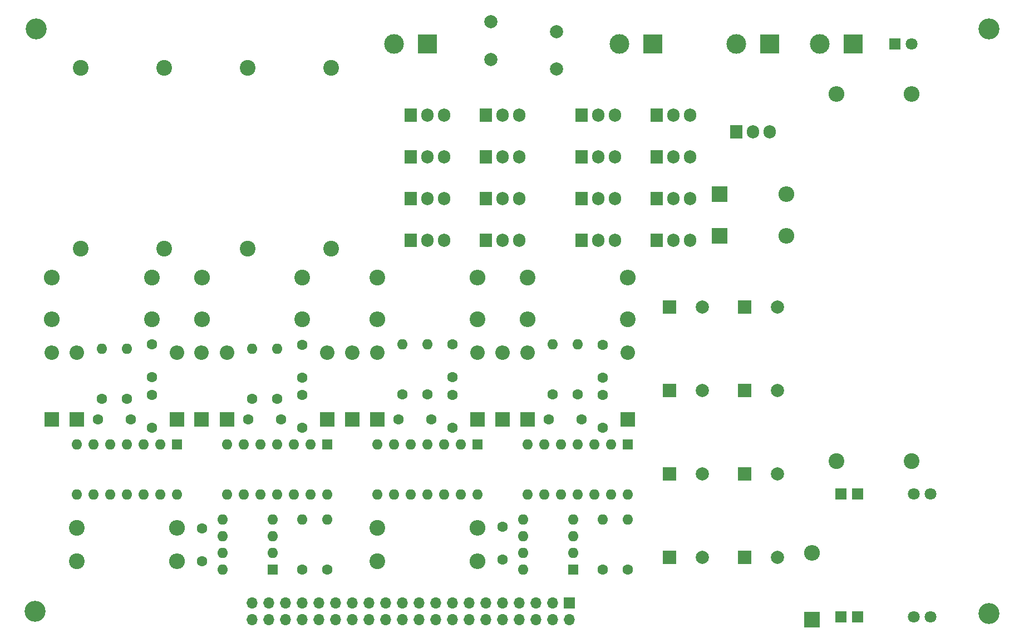
<source format=gbr>
%TF.GenerationSoftware,KiCad,Pcbnew,(5.1.9)-1*%
%TF.CreationDate,2021-02-11T14:15:12-05:00*%
%TF.ProjectId,driver_board,64726976-6572-45f6-926f-6172642e6b69,rev?*%
%TF.SameCoordinates,Original*%
%TF.FileFunction,Soldermask,Bot*%
%TF.FilePolarity,Negative*%
%FSLAX46Y46*%
G04 Gerber Fmt 4.6, Leading zero omitted, Abs format (unit mm)*
G04 Created by KiCad (PCBNEW (5.1.9)-1) date 2021-02-11 14:15:12*
%MOMM*%
%LPD*%
G01*
G04 APERTURE LIST*
%ADD10C,3.200000*%
%ADD11O,2.400000X2.400000*%
%ADD12C,2.400000*%
%ADD13R,2.400000X2.400000*%
%ADD14R,1.800000X1.800000*%
%ADD15C,1.800000*%
%ADD16O,1.905000X2.000000*%
%ADD17R,1.905000X2.000000*%
%ADD18O,1.700000X1.700000*%
%ADD19R,1.700000X1.700000*%
%ADD20O,1.600000X1.600000*%
%ADD21R,1.600000X1.600000*%
%ADD22C,1.600000*%
%ADD23R,3.000000X3.000000*%
%ADD24C,3.000000*%
%ADD25C,2.000000*%
%ADD26O,2.200000X2.200000*%
%ADD27R,2.200000X2.200000*%
%ADD28R,2.000000X2.000000*%
G04 APERTURE END LIST*
D10*
%TO.C,REF\u002A\u002A*%
X196605000Y-157185000D03*
%TD*%
%TO.C,REF\u002A\u002A*%
X51435000Y-156845000D03*
%TD*%
%TO.C,REF\u002A\u002A*%
X196605000Y-68185000D03*
%TD*%
%TO.C,REF\u002A\u002A*%
X51605000Y-68185000D03*
%TD*%
D11*
%TO.C,R22*%
X53975000Y-106045000D03*
D12*
X69215000Y-106045000D03*
%TD*%
D11*
%TO.C,R24*%
X76835000Y-112395000D03*
D12*
X92075000Y-112395000D03*
%TD*%
%TO.C,C9*%
X71120000Y-74100000D03*
X71120000Y-101600000D03*
%TD*%
%TO.C,C7*%
X58420000Y-74100000D03*
X58420000Y-101600000D03*
%TD*%
%TO.C,C3*%
X83820000Y-74100000D03*
X83820000Y-101600000D03*
%TD*%
%TO.C,C5*%
X96520000Y-74100000D03*
X96520000Y-101600000D03*
%TD*%
D11*
%TO.C,D23*%
X165735000Y-93345000D03*
D13*
X155575000Y-93345000D03*
%TD*%
D14*
%TO.C,U8*%
X174015000Y-157632000D03*
X176555000Y-157632000D03*
D15*
X185166000Y-157632000D03*
X187706000Y-157632000D03*
D14*
X174015000Y-138938000D03*
X176555000Y-138938000D03*
D15*
X185166000Y-138938000D03*
X187706000Y-138938000D03*
%TD*%
D16*
%TO.C,Q4*%
X151130000Y-87630000D03*
X148590000Y-87630000D03*
D17*
X146050000Y-87630000D03*
%TD*%
D11*
%TO.C,D24*%
X169672000Y-147955000D03*
D13*
X169672000Y-158115000D03*
%TD*%
D11*
%TO.C,R21*%
X53975000Y-112395000D03*
D12*
X69215000Y-112395000D03*
%TD*%
D18*
%TO.C,J5*%
X84455000Y-158115000D03*
X84455000Y-155575000D03*
X86995000Y-158115000D03*
X86995000Y-155575000D03*
X89535000Y-158115000D03*
X89535000Y-155575000D03*
X92075000Y-158115000D03*
X92075000Y-155575000D03*
X94615000Y-158115000D03*
X94615000Y-155575000D03*
X97155000Y-158115000D03*
X97155000Y-155575000D03*
X99695000Y-158115000D03*
X99695000Y-155575000D03*
X102235000Y-158115000D03*
X102235000Y-155575000D03*
X104775000Y-158115000D03*
X104775000Y-155575000D03*
X107315000Y-158115000D03*
X107315000Y-155575000D03*
X109855000Y-158115000D03*
X109855000Y-155575000D03*
X112395000Y-158115000D03*
X112395000Y-155575000D03*
X114935000Y-158115000D03*
X114935000Y-155575000D03*
X117475000Y-158115000D03*
X117475000Y-155575000D03*
X120015000Y-158115000D03*
X120015000Y-155575000D03*
X122555000Y-158115000D03*
X122555000Y-155575000D03*
X125095000Y-158115000D03*
X125095000Y-155575000D03*
X127635000Y-158115000D03*
X127635000Y-155575000D03*
X130175000Y-158115000D03*
X130175000Y-155575000D03*
X132715000Y-158115000D03*
D19*
X132715000Y-155575000D03*
%TD*%
D11*
%TO.C,R20*%
X141605000Y-106045000D03*
D12*
X126365000Y-106045000D03*
%TD*%
D20*
%TO.C,U1*%
X125730000Y-150495000D03*
X133350000Y-142875000D03*
X125730000Y-147955000D03*
X133350000Y-145415000D03*
X125730000Y-145415000D03*
X133350000Y-147955000D03*
X125730000Y-142875000D03*
D21*
X133350000Y-150495000D03*
%TD*%
D16*
%TO.C,D15*%
X151130000Y-93980000D03*
X148590000Y-93980000D03*
D17*
X146050000Y-93980000D03*
%TD*%
D22*
%TO.C,C14*%
X92075000Y-123905000D03*
X92075000Y-128905000D03*
%TD*%
%TO.C,C18*%
X88900000Y-127635000D03*
X83900000Y-127635000D03*
%TD*%
D11*
%TO.C,R19*%
X126365000Y-112395000D03*
D12*
X141605000Y-112395000D03*
%TD*%
D22*
%TO.C,C16*%
X134620000Y-127635000D03*
X129620000Y-127635000D03*
%TD*%
%TO.C,C12*%
X137795000Y-123905000D03*
X137795000Y-128905000D03*
%TD*%
D16*
%TO.C,D20*%
X125095000Y-81280000D03*
X122555000Y-81280000D03*
D17*
X120015000Y-81280000D03*
%TD*%
D16*
%TO.C,D19*%
X125095000Y-93980000D03*
X122555000Y-93980000D03*
D17*
X120015000Y-93980000D03*
%TD*%
D16*
%TO.C,U7*%
X163195000Y-83820000D03*
X160655000Y-83820000D03*
D17*
X158115000Y-83820000D03*
%TD*%
D20*
%TO.C,U6*%
X95885000Y-139065000D03*
X80645000Y-131445000D03*
X93345000Y-139065000D03*
X83185000Y-131445000D03*
X90805000Y-139065000D03*
X85725000Y-131445000D03*
X88265000Y-139065000D03*
X88265000Y-131445000D03*
X85725000Y-139065000D03*
X90805000Y-131445000D03*
X83185000Y-139065000D03*
X93345000Y-131445000D03*
X80645000Y-139065000D03*
D21*
X95885000Y-131445000D03*
%TD*%
D20*
%TO.C,U5*%
X73025000Y-139065000D03*
X57785000Y-131445000D03*
X70485000Y-139065000D03*
X60325000Y-131445000D03*
X67945000Y-139065000D03*
X62865000Y-131445000D03*
X65405000Y-139065000D03*
X65405000Y-131445000D03*
X62865000Y-139065000D03*
X67945000Y-131445000D03*
X60325000Y-139065000D03*
X70485000Y-131445000D03*
X57785000Y-139065000D03*
D21*
X73025000Y-131445000D03*
%TD*%
D20*
%TO.C,U4*%
X141605000Y-139065000D03*
X126365000Y-131445000D03*
X139065000Y-139065000D03*
X128905000Y-131445000D03*
X136525000Y-139065000D03*
X131445000Y-131445000D03*
X133985000Y-139065000D03*
X133985000Y-131445000D03*
X131445000Y-139065000D03*
X136525000Y-131445000D03*
X128905000Y-139065000D03*
X139065000Y-131445000D03*
X126365000Y-139065000D03*
D21*
X141605000Y-131445000D03*
%TD*%
D20*
%TO.C,U3*%
X118745000Y-139065000D03*
X103505000Y-131445000D03*
X116205000Y-139065000D03*
X106045000Y-131445000D03*
X113665000Y-139065000D03*
X108585000Y-131445000D03*
X111125000Y-139065000D03*
X111125000Y-131445000D03*
X108585000Y-139065000D03*
X113665000Y-131445000D03*
X106045000Y-139065000D03*
X116205000Y-131445000D03*
X103505000Y-139065000D03*
D21*
X118745000Y-131445000D03*
%TD*%
D20*
%TO.C,U2*%
X80010000Y-150495000D03*
X87630000Y-142875000D03*
X80010000Y-147955000D03*
X87630000Y-145415000D03*
X80010000Y-145415000D03*
X87630000Y-147955000D03*
X80010000Y-142875000D03*
D21*
X87630000Y-150495000D03*
%TD*%
D11*
%TO.C,R26*%
X173355000Y-78105000D03*
D12*
X173355000Y-133985000D03*
%TD*%
D11*
%TO.C,R25*%
X184785000Y-78105000D03*
D12*
X184785000Y-133985000D03*
%TD*%
D11*
%TO.C,R23*%
X76835000Y-106045000D03*
D12*
X92075000Y-106045000D03*
%TD*%
D11*
%TO.C,R18*%
X118745000Y-106045000D03*
D12*
X103505000Y-106045000D03*
%TD*%
D11*
%TO.C,R17*%
X103505000Y-112395000D03*
D12*
X118745000Y-112395000D03*
%TD*%
D20*
%TO.C,R16*%
X88265000Y-116840000D03*
D22*
X88265000Y-124460000D03*
%TD*%
D20*
%TO.C,R15*%
X84455000Y-116840000D03*
D22*
X84455000Y-124460000D03*
%TD*%
D20*
%TO.C,R14*%
X65405000Y-116840000D03*
D22*
X65405000Y-124460000D03*
%TD*%
D20*
%TO.C,R13*%
X61595000Y-116840000D03*
D22*
X61595000Y-124460000D03*
%TD*%
D20*
%TO.C,R12*%
X133985000Y-116205000D03*
D22*
X133985000Y-123825000D03*
%TD*%
D20*
%TO.C,R11*%
X130175000Y-116205000D03*
D22*
X130175000Y-123825000D03*
%TD*%
D20*
%TO.C,R10*%
X111125000Y-116205000D03*
D22*
X111125000Y-123825000D03*
%TD*%
D20*
%TO.C,R9*%
X107315000Y-116205000D03*
D22*
X107315000Y-123825000D03*
%TD*%
D11*
%TO.C,R8*%
X73025000Y-149225000D03*
D12*
X57785000Y-149225000D03*
%TD*%
D11*
%TO.C,R7*%
X118745000Y-149225000D03*
D12*
X103505000Y-149225000D03*
%TD*%
D11*
%TO.C,R6*%
X73025000Y-144145000D03*
D12*
X57785000Y-144145000D03*
%TD*%
D11*
%TO.C,R5*%
X118745000Y-144145000D03*
D12*
X103505000Y-144145000D03*
%TD*%
D20*
%TO.C,R4*%
X95885000Y-142875000D03*
D22*
X95885000Y-150495000D03*
%TD*%
D20*
%TO.C,R3*%
X92075000Y-142875000D03*
D22*
X92075000Y-150495000D03*
%TD*%
D20*
%TO.C,R2*%
X141605000Y-142875000D03*
D22*
X141605000Y-150495000D03*
%TD*%
D20*
%TO.C,R1*%
X137795000Y-142875000D03*
D22*
X137795000Y-150495000D03*
%TD*%
D16*
%TO.C,Q8*%
X125095000Y-87630000D03*
X122555000Y-87630000D03*
D17*
X120015000Y-87630000D03*
%TD*%
D16*
%TO.C,Q7*%
X125095000Y-100330000D03*
X122555000Y-100330000D03*
D17*
X120015000Y-100330000D03*
%TD*%
D16*
%TO.C,Q6*%
X113665000Y-87630000D03*
X111125000Y-87630000D03*
D17*
X108585000Y-87630000D03*
%TD*%
D16*
%TO.C,Q5*%
X113665000Y-100330000D03*
X111125000Y-100330000D03*
D17*
X108585000Y-100330000D03*
%TD*%
D16*
%TO.C,Q3*%
X151130000Y-100330000D03*
X148590000Y-100330000D03*
D17*
X146050000Y-100330000D03*
%TD*%
D16*
%TO.C,Q2*%
X139700000Y-87630000D03*
X137160000Y-87630000D03*
D17*
X134620000Y-87630000D03*
%TD*%
D16*
%TO.C,Q1*%
X139700000Y-100330000D03*
X137160000Y-100330000D03*
D17*
X134620000Y-100330000D03*
%TD*%
D23*
%TO.C,J4*%
X175895000Y-70485000D03*
D24*
X170815000Y-70485000D03*
%TD*%
D23*
%TO.C,J3*%
X163195000Y-70485000D03*
D24*
X158115000Y-70485000D03*
%TD*%
D23*
%TO.C,J2*%
X111125000Y-70485000D03*
D24*
X106045000Y-70485000D03*
%TD*%
D23*
%TO.C,J1*%
X145415000Y-70485000D03*
D24*
X140335000Y-70485000D03*
%TD*%
D25*
%TO.C,F2*%
X130810000Y-68580000D03*
X120810000Y-67080000D03*
%TD*%
%TO.C,F1*%
X120810000Y-72795000D03*
X130810000Y-74295000D03*
%TD*%
D15*
%TO.C,D22*%
X184785000Y-70485000D03*
D14*
X182245000Y-70485000D03*
%TD*%
D11*
%TO.C,D21*%
X165735000Y-99695000D03*
D13*
X155575000Y-99695000D03*
%TD*%
D16*
%TO.C,D18*%
X113665000Y-81280000D03*
X111125000Y-81280000D03*
D17*
X108585000Y-81280000D03*
%TD*%
D16*
%TO.C,D17*%
X113665000Y-93980000D03*
X111125000Y-93980000D03*
D17*
X108585000Y-93980000D03*
%TD*%
D16*
%TO.C,D16*%
X151130000Y-81280000D03*
X148590000Y-81280000D03*
D17*
X146050000Y-81280000D03*
%TD*%
D16*
%TO.C,D14*%
X139700000Y-81280000D03*
X137160000Y-81280000D03*
D17*
X134620000Y-81280000D03*
%TD*%
D16*
%TO.C,D13*%
X139700000Y-93980000D03*
X137160000Y-93980000D03*
D17*
X134620000Y-93980000D03*
%TD*%
D26*
%TO.C,D12*%
X95885000Y-117475000D03*
D27*
X95885000Y-127635000D03*
%TD*%
D26*
%TO.C,D11*%
X80645000Y-117475000D03*
D27*
X80645000Y-127635000D03*
%TD*%
D26*
%TO.C,D10*%
X73025000Y-117475000D03*
D27*
X73025000Y-127635000D03*
%TD*%
D26*
%TO.C,D9*%
X57785000Y-117475000D03*
D27*
X57785000Y-127635000D03*
%TD*%
D26*
%TO.C,D8*%
X141605000Y-117475000D03*
D27*
X141605000Y-127635000D03*
%TD*%
D26*
%TO.C,D7*%
X126365000Y-117475000D03*
D27*
X126365000Y-127635000D03*
%TD*%
D26*
%TO.C,D6*%
X118745000Y-117475000D03*
D27*
X118745000Y-127635000D03*
%TD*%
D26*
%TO.C,D5*%
X103505000Y-117475000D03*
D27*
X103505000Y-127635000D03*
%TD*%
D26*
%TO.C,D4*%
X76765000Y-117475000D03*
D27*
X76765000Y-127635000D03*
%TD*%
D26*
%TO.C,D3*%
X53975000Y-117475000D03*
D27*
X53975000Y-127635000D03*
%TD*%
D26*
%TO.C,D2*%
X122555000Y-117475000D03*
D27*
X122555000Y-127635000D03*
%TD*%
D26*
%TO.C,D1*%
X99695000Y-117475000D03*
D27*
X99695000Y-127635000D03*
%TD*%
D25*
%TO.C,C26*%
X152955000Y-148590000D03*
D28*
X147955000Y-148590000D03*
%TD*%
D25*
%TO.C,C25*%
X164385000Y-135890000D03*
D28*
X159385000Y-135890000D03*
%TD*%
D25*
%TO.C,C24*%
X164385000Y-148590000D03*
D28*
X159385000Y-148590000D03*
%TD*%
D25*
%TO.C,C23*%
X152955000Y-135890000D03*
D28*
X147955000Y-135890000D03*
%TD*%
D25*
%TO.C,C22*%
X152955000Y-123190000D03*
D28*
X147955000Y-123190000D03*
%TD*%
D25*
%TO.C,C21*%
X164385000Y-110490000D03*
D28*
X159385000Y-110490000D03*
%TD*%
D25*
%TO.C,C20*%
X152955000Y-110490000D03*
D28*
X147955000Y-110490000D03*
%TD*%
D25*
%TO.C,C19*%
X164385000Y-123190000D03*
D28*
X159385000Y-123190000D03*
%TD*%
D22*
%TO.C,C17*%
X66040000Y-127635000D03*
X61040000Y-127635000D03*
%TD*%
%TO.C,C15*%
X111760000Y-127635000D03*
X106760000Y-127635000D03*
%TD*%
%TO.C,C13*%
X69215000Y-123905000D03*
X69215000Y-128905000D03*
%TD*%
%TO.C,C11*%
X114935000Y-123905000D03*
X114935000Y-128905000D03*
%TD*%
%TO.C,C10*%
X92075000Y-116285000D03*
X92075000Y-121285000D03*
%TD*%
%TO.C,C8*%
X69215000Y-116205000D03*
X69215000Y-121205000D03*
%TD*%
%TO.C,C6*%
X137795000Y-116285000D03*
X137795000Y-121285000D03*
%TD*%
%TO.C,C4*%
X114935000Y-116205000D03*
X114935000Y-121205000D03*
%TD*%
%TO.C,C2*%
X76835000Y-144225000D03*
X76835000Y-149225000D03*
%TD*%
%TO.C,C1*%
X122555000Y-143971000D03*
X122555000Y-148971000D03*
%TD*%
M02*

</source>
